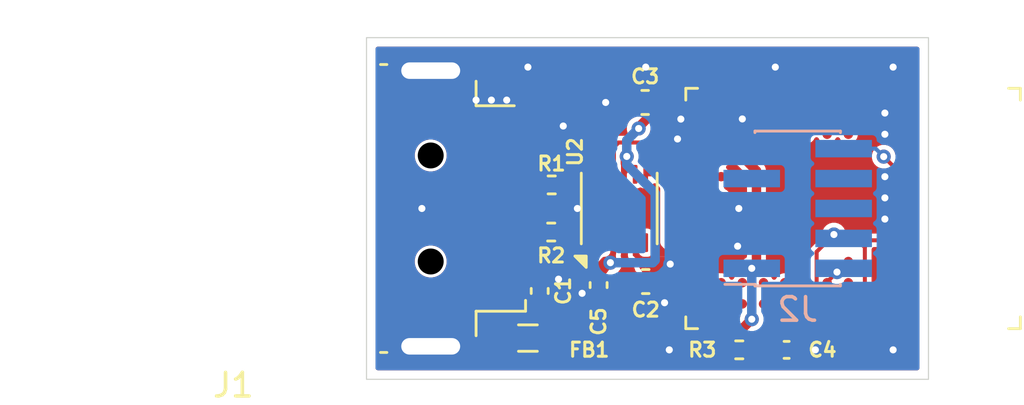
<source format=kicad_pcb>
(kicad_pcb (version 20241229) (generator "pcbnew") (generator_version "9.0")
  (layers (0 "F.Cu" signal) (2 "B.Cu" signal) (13 "F.Paste" user) (15 "B.Paste" user) (5 "F.SilkS" user "F.Silkscreen") (7 "B.SilkS" user "B.Silkscreen") (1 "F.Mask" user) (3 "B.Mask" user) (25 "Edge.Cuts" user))
  (net 0 "")
  (net 1 "VBUS")
  (net 2 "GND")
  (net 3 "+5V")
  (net 4 "+3.3V")
  (net 5 "/~{RESET}")
  (net 6 "/D+")
  (net 7 "/D-")
  (net 9 "/SWDIO")
  (net 11 "/SWDCLK")
  (net 13 "Net-(U2-USBDP)")
  (net 14 "Net-(U2-USBDM)")
  (net 27 "/NRF_RX")
  (net 29 "/NRF_TX")
  (footprint "Capacitor_SMD:C_0402_1005Metric" (layer "F.Cu") (at 157 113.5 90)
    (property "Reference" "C1" (at 0 1 90) (layer "F.SilkS") (effects (font (size 0.6 0.6) (thickness 0.127))))
    (property "Value" "10n")
    (fp_line (start -0.107836 -0.36) (end 0.107836 -0.36) (stroke (width 0.12)) (layer "F.SilkS"))
    (fp_line (start -0.107836 0.36) (end 0.107836 0.36) (stroke (width 0.12)) (layer "F.SilkS"))
    (pad "1" smd roundrect (at -0.48 0 90) (size 0.56 0.62) (layers "F.Cu" "F.Mask" "F.Paste") (net 1 "VBUS"))
    (pad "2" smd roundrect (at 0.48 0 90) (size 0.56 0.62) (layers "F.Cu" "F.Mask" "F.Paste") (net 2 "GND"))
  )
  (footprint "Connector_USB:USB_A_Molex_48037-2200_Horizontal" (layer "F.Cu") (at 144 110 180)
    (property "Reference" "J1" (at 0 -7.5 0) (layer "F.SilkS"))
    (property "Value" "USB_A")
    (fp_line (start -6.515 6.11) (end -6.245 6.11) (stroke (width 0.12)) (layer "F.SilkS"))
    (fp_line (start -6.515 -6.11) (end -6.245 -6.11) (stroke (width 0.12)) (layer "F.SilkS"))
    (fp_line (start -10.3 4.36) (end -10.3 5.4) (stroke (width 0.12)) (layer "F.SilkS"))
    (fp_line (start -10.3 -5.4) (end -10.3 -4.36) (stroke (width 0.12)) (layer "F.SilkS"))
    (fp_line (start -11.92 4.36) (end -10.3 4.36) (stroke (width 0.12)) (layer "F.SilkS"))
    (fp_line (start -12.4 -4.36) (end -10.3 -4.36) (stroke (width 0.12)) (layer "F.SilkS"))
    (fp_line (start -12.4 -4.36) (end -12.4 -3.9) (stroke (width 0.12)) (layer "F.SilkS"))
    (pad "" np_thru_hole circle (at -8.375 -2.25 180) (size 1.1 1.1) (drill 1.1) (layers "*.Mask"))
    (pad "" np_thru_hole circle (at -8.375 2.25 180) (size 1.1 1.1) (drill 1.1) (layers "*.Mask"))
    (pad "1" smd roundrect (at -10.975 -3.5 180) (size 2 1.2) (layers "F.Cu" "F.Mask" "F.Paste") (net 1 "VBUS"))
    (pad "2" smd roundrect (at -10.975 -1 180) (size 2 1.2) (layers "F.Cu" "F.Mask" "F.Paste") (net 7 "/D-"))
    (pad "3" smd roundrect (at -10.975 1 180) (size 2 1.2) (layers "F.Cu" "F.Mask" "F.Paste") (net 6 "/D+"))
    (pad "4" smd roundrect (at -10.975 3.5 180) (size 2 1.2) (layers "F.Cu" "F.Mask" "F.Paste") (net 2 "GND"))
    (pad "5" thru_hole oval (at -8.375 -5.85 180) (size 3.2 1.3) (drill oval 2.5 0.7) (property pad_prop_heatsink) (layers "*.Cu" "*.Mask") (net 2 "GND"))
    (pad "5" thru_hole oval (at -8.375 5.85 180) (size 3.2 1.3) (drill oval 2.5 0.7) (property pad_prop_heatsink) (layers "*.Cu" "*.Mask") (net 2 "GND"))
  )
  (footprint "Resistor_SMD:R_0402_1005Metric" (layer "F.Cu") (at 165.47 116)
    (property "Reference" "R3" (at -1.57 0 0) (layer "F.SilkS") (effects (font (size 0.6 0.6) (thickness 0.127))))
    (property "Value" "1k")
    (fp_line (start -0.153641 -0.38) (end 0.153641 -0.38) (stroke (width 0.12)) (layer "F.SilkS"))
    (fp_line (start -0.153641 0.38) (end 0.153641 0.38) (stroke (width 0.12)) (layer "F.SilkS"))
    (pad "1" smd roundrect (at -0.51 0) (size 0.54 0.64) (layers "F.Cu" "F.Mask" "F.Paste") (net 4 "+3.3V"))
    (pad "2" smd roundrect (at 0.51 0) (size 0.54 0.64) (layers "F.Cu" "F.Mask" "F.Paste") (net 5 "/~{RESET}"))
  )
  (footprint "Resistor_SMD:R_0402_1005Metric" (layer "F.Cu") (at 157.51 109)
    (property "Reference" "R1" (at -0.01 -0.9 0) (layer "F.SilkS") (effects (font (size 0.6 0.6) (thickness 0.127) (bold yes))))
    (property "Value" "27")
    (fp_line (start -0.153641 -0.38) (end 0.153641 -0.38) (stroke (width 0.12)) (layer "F.SilkS"))
    (fp_line (start -0.153641 0.38) (end 0.153641 0.38) (stroke (width 0.12)) (layer "F.SilkS"))
    (pad "1" smd roundrect (at -0.51 0) (size 0.54 0.64) (layers "F.Cu" "F.Mask" "F.Paste") (net 6 "/D+"))
    (pad "2" smd roundrect (at 0.51 0) (size 0.54 0.64) (layers "F.Cu" "F.Mask" "F.Paste") (net 13 "Net-(U2-USBDP)"))
  )
  (footprint "Capacitor_SMD:C_0402_1005Metric" (layer "F.Cu") (at 159.5 113.25 -90)
    (property "Reference" "C5" (at 1.55 0 90) (layer "F.SilkS") (effects (font (size 0.6 0.6) (thickness 0.127))))
    (property "Value" "100n")
    (fp_line (start -0.107836 0.36) (end 0.107836 0.36) (stroke (width 0.12)) (layer "F.SilkS"))
    (fp_line (start -0.107836 -0.36) (end 0.107836 -0.36) (stroke (width 0.12)) (layer "F.SilkS"))
    (pad "1" smd roundrect (at -0.48 0 270) (size 0.56 0.62) (layers "F.Cu" "F.Mask" "F.Paste") (net 4 "+3.3V"))
    (pad "2" smd roundrect (at 0.48 0 270) (size 0.56 0.62) (layers "F.Cu" "F.Mask" "F.Paste") (net 2 "GND"))
  )
  (footprint "Package_DFN_QFN:WDFN-12-1EP_3x3mm_P0.45mm_EP1.7x2.5mm" (layer "F.Cu") (at 160.375 110 90)
    (property "Reference" "U2" (at 2.4 -1.875 90) (layer "F.SilkS") (effects (font (size 0.6 0.6) (thickness 0.127))))
    (property "Value" "FT234XD")
    (fp_line (start -1.5 -1.61) (end 1.5 -1.61) (stroke (width 0.12)) (layer "F.SilkS"))
    (fp_line (start -1.5 1.61) (end 1.5 1.61) (stroke (width 0.12)) (layer "F.SilkS"))
    (fp_poly (pts (xy -2.02 -1.4) (xy -2.5 -1.4) (xy -2.02 -1.88)) (stroke (width 0.12)) (fill yes) (layer "F.SilkS"))
    (pad "1" smd roundrect (at -1.45 -1.125 90) (size 0.8 0.2) (layers "F.Cu" "F.Mask" "F.Paste") (net 14 "Net-(U2-USBDM)"))
    (pad "2" smd roundrect (at -1.45 -0.675 90) (size 0.8 0.2) (layers "F.Cu" "F.Mask" "F.Paste"))
    (pad "3" smd roundrect (at -1.45 -0.225 90) (size 0.8 0.2) (layers "F.Cu" "F.Mask" "F.Paste") (net 4 "+3.3V"))
    (pad "4" smd roundrect (at -1.45 0.225 90) (size 0.8 0.2) (layers "F.Cu" "F.Mask" "F.Paste") (net 3 "+5V"))
    (pad "5" smd roundrect (at -1.45 0.675 90) (size 0.8 0.2) (layers "F.Cu" "F.Mask" "F.Paste") (net 2 "GND"))
    (pad "6" smd roundrect (at -1.45 1.125 90) (size 0.8 0.2) (layers "F.Cu" "F.Mask" "F.Paste"))
    (pad "7" smd roundrect (at 1.45 1.125 90) (size 0.8 0.2) (layers "F.Cu" "F.Mask" "F.Paste") (net 27 "/NRF_RX"))
    (pad "8" smd roundrect (at 1.45 0.675 90) (size 0.8 0.2) (layers "F.Cu" "F.Mask" "F.Paste"))
    (pad "9" smd roundrect (at 1.45 0.225 90) (size 0.8 0.2) (layers "F.Cu" "F.Mask" "F.Paste") (net 4 "+3.3V"))
    (pad "10" smd roundrect (at 1.45 -0.225 90) (size 0.8 0.2) (layers "F.Cu" "F.Mask" "F.Paste") (net 29 "/NRF_TX"))
    (pad "11" smd roundrect (at 1.45 -0.675 90) (size 0.8 0.2) (layers "F.Cu" "F.Mask" "F.Paste"))
    (pad "12" smd roundrect (at 1.45 -1.125 90) (size 0.8 0.2) (layers "F.Cu" "F.Mask" "F.Paste") (net 13 "Net-(U2-USBDP)"))
    (pad "13" smd rect (at 0 0 90) (size 1.7 2.5) (property pad_prop_heatsink) (layers "F.Cu" "F.Mask") (net 2 "GND"))
  )
  (footprint "Capacitor_SMD:C_0603_1608Metric" (layer "F.Cu") (at 161.475 105.5 180)
    (property "Reference" "C3" (at 0 1.1 0) (layer "F.SilkS") (effects (font (size 0.6 0.6) (thickness 0.127))))
    (property "Value" "4.7u")
    (fp_line (start -0.14058 0.51) (end 0.14058 0.51) (stroke (width 0.12)) (layer "F.SilkS"))
    (fp_line (start -0.14058 -0.51) (end 0.14058 -0.51) (stroke (width 0.12)) (layer "F.SilkS"))
    (pad "1" smd roundrect (at -0.775 0 180) (size 0.9 0.95) (layers "F.Cu" "F.Mask" "F.Paste") (net 4 "+3.3V"))
    (pad "2" smd roundrect (at 0.775 0 180) (size 0.9 0.95) (layers "F.Cu" "F.Mask" "F.Paste") (net 2 "GND"))
  )
  (footprint "Capacitor_SMD:C_0402_1005Metric" (layer "F.Cu") (at 167.48 116)
    (property "Reference" "C4" (at 1.52 0 0) (layer "F.SilkS") (effects (font (size 0.6 0.6) (thickness 0.127))))
    (property "Value" "100n")
    (fp_line (start -0.107836 -0.36) (end 0.107836 -0.36) (stroke (width 0.12)) (layer "F.SilkS"))
    (fp_line (start -0.107836 0.36) (end 0.107836 0.36) (stroke (width 0.12)) (layer "F.SilkS"))
    (pad "1" smd roundrect (at -0.48 0) (size 0.56 0.62) (layers "F.Cu" "F.Mask" "F.Paste") (net 5 "/~{RESET}"))
    (pad "2" smd roundrect (at 0.48 0) (size 0.56 0.62) (layers "F.Cu" "F.Mask" "F.Paste") (net 2 "GND"))
  )
  (footprint "Resistor_SMD:R_0402_1005Metric" (layer "F.Cu") (at 157.49 111 180)
    (property "Reference" "R2" (at 0 -1 0) (layer "F.SilkS") (effects (font (size 0.6 0.6) (thickness 0.127))))
    (property "Value" "27")
    (fp_line (start -0.153641 0.38) (end 0.153641 0.38) (stroke (width 0.12)) (layer "F.SilkS"))
    (fp_line (start -0.153641 -0.38) (end 0.153641 -0.38) (stroke (width 0.12)) (layer "F.SilkS"))
    (pad "1" smd roundrect (at -0.51 0 180) (size 0.54 0.64) (layers "F.Cu" "F.Mask" "F.Paste") (net 14 "Net-(U2-USBDM)"))
    (pad "2" smd roundrect (at 0.51 0 180) (size 0.54 0.64) (layers "F.Cu" "F.Mask" "F.Paste") (net 7 "/D-"))
  )
  (footprint "Capacitor_SMD:C_0603_1608Metric" (layer "F.Cu") (at 161.5 113.1)
    (property "Reference" "C2" (at 0 1.2 0) (layer "F.SilkS") (effects (font (size 0.6 0.6) (thickness 0.127))))
    (property "Value" "4.7u")
    (fp_line (start -0.14058 -0.51) (end 0.14058 -0.51) (stroke (width 0.12)) (layer "F.SilkS"))
    (fp_line (start -0.14058 0.51) (end 0.14058 0.51) (stroke (width 0.12)) (layer "F.SilkS"))
    (pad "1" smd roundrect (at -0.775 0) (size 0.9 0.95) (layers "F.Cu" "F.Mask" "F.Paste") (net 3 "+5V"))
    (pad "2" smd roundrect (at 0.775 0) (size 0.9 0.95) (layers "F.Cu" "F.Mask" "F.Paste") (net 2 "GND"))
  )
  (footprint "bobby:BM15M" (layer "F.Cu") (at 170.3 110 -90)
    (property "Reference" "U1" (hide yes))
    (property "Value" "BM15M")
    (fp_line (start -4.6 7.1) (end -5.1 7.1) (stroke (width 0.12)) (layer "F.SilkS"))
    (fp_line (start 4.6 7.1) (end 5.1 7.1) (stroke (width 0.12)) (layer "F.SilkS"))
    (fp_line (start -5.1 6.6) (end -5.1 7.1) (stroke (width 0.12)) (layer "F.SilkS"))
    (fp_line (start 5.1 6.6) (end 5.1 7.1) (stroke (width 0.12)) (layer "F.SilkS"))
    (fp_line (start -5.1 -6.6) (end -5.1 -7.1) (stroke (width 0.12)) (layer "F.SilkS"))
    (fp_line (start 5.1 -6.6) (end 5.1 -7.1) (stroke (width 0.12)) (layer "F.SilkS"))
    (fp_line (start -4.6 -7.1) (end -5.1 -7.1) (stroke (width 0.12)) (layer "F.SilkS"))
    (fp_line (start 4.6 -7.1) (end 5.1 -7.1) (stroke (width 0.12)) (layer "F.SilkS"))
    (pad "A1" smd circle (at -4.05 -0.7 270) (size 0.4 0.4) (layers "F.Cu" "F.Mask" "F.Paste") (net 2 "GND"))
    (pad "A3" smd circle (at -4.05 1.1 270) (size 0.4 0.4) (layers "F.Cu" "F.Mask" "F.Paste"))
    (pad "A9" smd circle (at -4.05 6.5 270) (size 0.4 0.4) (layers "F.Cu" "F.Mask" "F.Paste") (net 2 "GND"))
    (pad "A9" smd roundrect (at -4.05 6.75 270) (size 0.4 0.5) (layers "F.Cu" "F.Mask" "F.Paste") (net 2 "GND"))
    (pad "B1" smd circle (at -3.15 -0.7 270) (size 0.4 0.4) (layers "F.Cu" "F.Mask" "F.Paste") (net 2 "GND"))
    (pad "B2" smd circle (at -3.15 0.2 270) (size 0.4 0.4) (layers "F.Cu" "F.Mask" "F.Paste"))
    (pad "B3" smd circle (at -3.15 1.1 270) (size 0.4 0.4) (layers "F.Cu" "F.Mask" "F.Paste"))
    (pad "B4" smd circle (at -3.15 2) (size 0.4 0.4) (layers "F.Cu" "F.Mask" "F.Paste"))
    (pad "B5" smd circle (at -3.15 2.9) (size 0.4 0.4) (layers "F.Cu" "F.Mask" "F.Paste"))
    (pad "B6" smd circle (at -3.15 3.8 270) (size 0.4 0.4) (layers "F.Cu" "F.Mask" "F.Paste"))
    (pad "B7" smd circle (at -3.15 4.7) (size 0.4 0.4) (layers "F.Cu" "F.Mask" "F.Paste") (net 2 "GND"))
    (pad "B8" smd circle (at -3.15 5.6) (size 0.4 0.4) (layers "F.Cu" "F.Mask" "F.Paste") (net 4 "+3.3V"))
    (pad "B9" smd circle (at -3.15 6.5 270) (size 0.4 0.4) (layers "F.Cu" "F.Mask" "F.Paste") (net 2 "GND"))
    (pad "B9" smd roundrect (at -3.15 6.75 270) (size 0.4 0.5) (layers "F.Cu" "F.Mask" "F.Paste") (net 2 "GND"))
    (pad "C8" smd circle (at -2.25 5.6 270) (size 0.4 0.4) (layers "F.Cu" "F.Mask" "F.Paste") (net 4 "+3.3V"))
    (pad "C9" smd circle (at -2.25 6.5 270) (size 0.4 0.4) (layers "F.Cu" "F.Mask" "F.Paste"))
    (pad "C9" smd roundrect (at -2.25 6.75 270) (size 0.4 0.5) (layers "F.Cu" "F.Mask" "F.Paste"))
    (pad "D1" smd circle (at -1.35 -0.7 270) (size 0.4 0.4) (layers "F.Cu" "F.Mask" "F.Paste") (net 2 "GND"))
    (pad "D8" smd circle (at -1.35 5.6 270) (size 0.4 0.4) (layers "F.Cu" "F.Mask" "F.Paste"))
    (pad "D9" smd circle (at -1.35 6.5 270) (size 0.4 0.4) (layers "F.Cu" "F.Mask" "F.Paste"))
    (pad "D9" smd roundrect (at -1.35 6.75 270) (size 0.4 0.5) (layers "F.Cu" "F.Mask" "F.Paste"))
    (pad "E1" smd circle (at -0.45 -0.7 270) (size 0.4 0.4) (layers "F.Cu" "F.Mask" "F.Paste") (net 2 "GND"))
    (pad "E8" smd circle (at -0.45 5.6 180) (size 0.4 0.4) (layers "F.Cu" "F.Mask" "F.Paste"))
    (pad "E9" smd circle (at -0.45 6.5 270) (size 0.4 0.4) (layers "F.Cu" "F.Mask" "F.Paste"))
    (pad "E9" smd roundrect (at -0.45 6.75 270) (size 0.4 0.5) (layers "F.Cu" "F.Mask" "F.Paste"))
    (pad "F1" smd circle (at 0.45 -0.7 270) (size 0.4 0.4) (layers "F.Cu" "F.Mask" "F.Paste") (net 2 "GND"))
    (pad "F8" smd circle (at 0.45 5.6 270) (size 0.4 0.4) (layers "F.Cu" "F.Mask" "F.Paste"))
    (pad "F9" smd circle (at 0.45 6.5 270) (size 0.4 0.4) (layers "F.Cu" "F.Mask" "F.Paste"))
    (pad "F9" smd roundrect (at 0.45 6.75 270) (size 0.4 0.5) (layers "F.Cu" "F.Mask" "F.Paste"))
    (pad "G2" smd circle (at 1.35 0.2 270) (size 0.4 0.4) (layers "F.Cu" "F.Mask" "F.Paste") (net 5 "/~{RESET}"))
    (pad "G8" smd circle (at 1.35 5.6 270) (size 0.4 0.4) (layers "F.Cu" "F.Mask" "F.Paste"))
    (pad "G9" smd circle (at 1.35 6.5 270) (size 0.4 0.4) (layers "F.Cu" "F.Mask" "F.Paste"))
    (pad "G9" smd roundrect (at 1.35 6.75 270) (size 0.4 0.5) (layers "F.Cu" "F.Mask" "F.Paste"))
    (pad "H2" smd circle (at 2.25 0.2 270) (size 0.4 0.4) (layers "F.Cu" "F.Mask" "F.Paste"))
    (pad "H8" smd circle (at 2.25 5.6 180) (size 0.4 0.4) (layers "F.Cu" "F.Mask" "F.Paste") (net 2 "GND"))
    (pad "H9" smd circle (at 2.25 6.5 270) (size 0.4 0.4) (layers "F.Cu" "F.Mask" "F.Paste") (net 27 "/NRF_RX"))
    (pad "H9" smd roundrect (at 2.25 6.75 270) (size 0.4 0.5) (layers "F.Cu" "F.Mask" "F.Paste") (net 27 "/NRF_RX"))
    (pad "J2" smd circle (at 3.15 0.2 270) (size 0.4 0.4) (layers "F.Cu" "F.Mask" "F.Paste"))
    (pad "J3" smd circle (at 3.15 1.1 270) (size 0.4 0.4) (layers "F.Cu" "F.Mask" "F.Paste") (net 9 "/SWDIO"))
    (pad "J4" smd circle (at 3.15 2) (size 0.4 0.4) (layers "F.Cu" "F.Mask" "F.Paste"))
    (pad "J5" smd circle (at 3.15 2.9) (size 0.4 0.4) (layers "F.Cu" "F.Mask" "F.Paste"))
    (pad "J6" smd circle (at 3.15 3.8 270) (size 0.4 0.4) (layers "F.Cu" "F.Mask" "F.Paste"))
    (pad "J7" smd circle (at 3.15 4.7) (size 0.4 0.4) (layers "F.Cu" "F.Mask" "F.Paste"))
    (pad "J8" smd circle (at 3.15 5.6 270) (size 0.4 0.4) (layers "F.Cu" "F.Mask" "F.Paste") (net 29 "/NRF_TX"))
    (pad "J9" smd circle (at 3.15 6.5 270) (size 0.4 0.4) (layers "F.Cu" "F.Mask" "F.Paste"))
    (pad "J9" smd roundrect (at 3.15 6.75 270) (size 0.4 0.5) (layers "F.Cu" "F.Mask" "F.Paste"))
    (pad "K2" smd circle (at 4.05 0.2 270) (size 0.4 0.4) (layers "F.Cu" "F.Mask" "F.Paste"))
    (pad "K3" smd circle (at 4.05 1.1 270) (size 0.4 0.4) (layers "F.Cu" "F.Mask" "F.Paste") (net 11 "/SWDCLK"))
    (pad "K4" smd circle (at 4.05 2) (size 0.4 0.4) (layers "F.Cu" "F.Mask" "F.Paste"))
    (pad "K5" smd circle (at 4.05 2.9) (size 0.4 0.4) (layers "F.Cu" "F.Mask" "F.Paste"))
    (pad "K6" smd circle (at 4.05 3.8 270) (size 0.4 0.4) (layers "F.Cu" "F.Mask" "F.Paste"))
    (pad "K7" smd circle (at 4.05 4.7) (size 0.4 0.4) (layers "F.Cu" "F.Mask" "F.Paste"))
    (pad "K8" smd circle (at 4.05 5.6 180) (size 0.4 0.4) (layers "F.Cu" "F.Mask" "F.Paste"))
    (pad "K9" smd circle (at 4.05 6.5 270) (size 0.4 0.4) (layers "F.Cu" "F.Mask" "F.Paste"))
    (pad "K9" smd roundrect (at 4.05 6.75 270) (size 0.4 0.5) (layers "F.Cu" "F.Mask" "F.Paste"))
    (zone (net 0) (net_name "") (layers "F.Cu" "B.Cu") (name "Antenna Keepout") (connect_pads (clearance 0)) (min_thickness 0.25)
      (keepout (tracks not_allowed) (vias not_allowed) (pads not_allowed) (copperpour not_allowed) (footprints allowed))
      (fill (thermal_gap 0.5) (thermal_bridge_width 0.5))
      (polygon (pts (xy 177.3 105) (xy 173.6 105) (xy 173.6 115) (xy 177.3 115)))
    )
  )
  (footprint "Inductor_SMD:L_0805_2012Metric" (layer "F.Cu") (at 156.5 115.5)
    (property "Reference" "FB1" (at 2.6 0.5 0) (layer "F.SilkS") (effects (font (size 0.6 0.6) (thickness 0.127))))
    (property "Value" "MI0805K601R-10")
    (fp_line (start -0.399622 -0.56) (end 0.399622 -0.56) (stroke (width 0.12)) (layer "F.SilkS"))
    (fp_line (start -0.399622 0.56) (end 0.399622 0.56) (stroke (width 0.12)) (layer "F.SilkS"))
    (pad "1" smd roundrect (at -1.0625 0) (size 0.875 1.2) (layers "F.Cu" "F.Mask" "F.Paste") (net 1 "VBUS"))
    (pad "2" smd roundrect (at 1.0625 0) (size 0.875 1.2) (layers "F.Cu" "F.Mask" "F.Paste") (net 3 "+5V"))
  )
  (footprint "Connector_PinHeader_1.27mm:PinHeader_2x05_P1.27mm_Vertical_SMD" (layer "B.Cu") (at 167.95 110)
    (property "Reference" "J2" (at 0 4.285 0) (layer "B.SilkS") (effects (justify mirror)))
    (property "Value" "Conn_ARM_JTAG_SWD_10")
    (fp_line (start -3.09 3.22) (end -1.815 3.22) (stroke (width 0.12)) (layer "B.SilkS"))
    (fp_line (start -1.815 -3.285) (end 1.815 -3.285) (stroke (width 0.12)) (layer "B.SilkS"))
    (fp_line (start -1.815 -3.22) (end -1.815 -3.285) (stroke (width 0.12)) (layer "B.SilkS"))
    (fp_line (start -1.815 3.285) (end -1.815 3.22) (stroke (width 0.12)) (layer "B.SilkS"))
    (fp_line (start -1.815 3.285) (end 1.815 3.285) (stroke (width 0.12)) (layer "B.SilkS"))
    (fp_line (start 1.815 -3.22) (end 1.815 -3.285) (stroke (width 0.12)) (layer "B.SilkS"))
    (fp_line (start 1.815 3.285) (end 1.815 3.22) (stroke (width 0.12)) (layer "B.SilkS"))
    (pad "1" smd rect (at -1.95 2.54) (size 2.4 0.74) (layers "B.Cu" "B.Mask" "B.Paste") (net 4 "+3.3V"))
    (pad "2" smd rect (at 1.95 2.54) (size 2.4 0.74) (layers "B.Cu" "B.Mask" "B.Paste") (net 9 "/SWDIO"))
    (pad "3" smd rect (at -1.95 1.27) (size 2.4 0.74) (layers "B.Cu" "B.Mask" "B.Paste") (net 2 "GND"))
    (pad "4" smd rect (at 1.95 1.27) (size 2.4 0.74) (layers "B.Cu" "B.Mask" "B.Paste") (net 11 "/SWDCLK"))
    (pad "5" smd rect (at -1.95 0) (size 2.4 0.74) (layers "B.Cu" "B.Mask" "B.Paste") (net 2 "GND"))
    (pad "6" smd rect (at 1.95 0) (size 2.4 0.74) (layers "B.Cu" "B.Mask" "B.Paste"))
    (pad "7" smd rect (at -1.95 -1.27) (size 2.4 0.74) (layers "B.Cu" "B.Mask" "B.Paste"))
    (pad "8" smd rect (at 1.95 -1.27) (size 2.4 0.74) (layers "B.Cu" "B.Mask" "B.Paste"))
    (pad "9" smd rect (at -1.95 -2.54) (size 2.4 0.74) (layers "B.Cu" "B.Mask" "B.Paste") (net 2 "GND"))
    (pad "10" smd rect (at 1.95 -2.54) (size 2.4 0.74) (layers "B.Cu" "B.Mask" "B.Paste") (net 5 "/~{RESET}"))
  )
  (gr_rect (start 149.65 102.75) (end 173.5 117.25) (stroke (width 0.05)) (fill no) (layer "Edge.Cuts"))
  (segment (start 159.5 113.73) (end 158.93 113.73) (width 0.4) (layer "F.Cu") (net 2))
  (segment (start 162.275 112.625369) (end 162.540295 112.360074) (width 0.4) (layer "F.Cu") (net 2))
  (segment (start 163.05 106.85) (end 163.55 106.85) (width 0.4) (layer "F.Cu") (net 2))
  (segment (start 160.7 105.5) (end 159.8 105.5) (width 0.4) (layer "F.Cu") (net 2))
  (segment (start 157.78 113.02) (end 157.8 113) (width 0.4) (layer "F.Cu") (net 2))
  (segment (start 167.96 116) (end 168.7 116) (width 0.4) (layer "F.Cu") (net 2))
  (segment (start 162.275 113.1) (end 162.275 113.975) (width 0.4) (layer "F.Cu") (net 2))
  (segment (start 160.375 110) (end 158.6 110) (width 0.4) (layer "F.Cu") (net 2))
  (segment (start 158.93 113.73) (end 158.8 113.6) (width 0.4) (layer "F.Cu") (net 2))
  (segment (start 165.6 106.85) (end 165.6 106.2) (width 0.4) (layer "F.Cu") (net 2))
  (segment (start 162.85 107.05) (end 163.05 106.85) (width 0.4) (layer "F.Cu") (net 2))
  (segment (start 171 105.95) (end 171.65 105.95) (width 0.4) (layer "F.Cu") (net 2))
  (segment (start 171 106.85) (end 171.65 106.85) (width 0.4) (layer "F.Cu") (net 2))
  (segment (start 171 108.65) (end 171.65 108.65) (width 0.4) (layer "F.Cu") (net 2))
  (segment (start 165.4 111.6) (end 165.35 111.6) (width 0.4) (layer "F.Cu") (net 2))
  (segment (start 171 109.55) (end 171.65 109.55) (width 0.4) (layer "F.Cu") (net 2))
  (segment (start 162.275 113.1) (end 162.275 112.625369) (width 0.4) (layer "F.Cu") (net 2))
  (segment (start 165.35 111.6) (end 164.7 112.25) (width 0.4) (layer "F.Cu") (net 2))
  (segment (start 162.275 113.975) (end 162.3 114) (width 0.4) (layer "F.Cu") (net 2))
  (segment (start 157 113.02) (end 157.78 113.02) (width 0.4) (layer "F.Cu") (net 2))
  (segment (start 163.55 105.95) (end 163.247238 105.95) (width 0.4) (layer "F.Cu") (net 2))
  (segment (start 171 110.45) (end 171.65 110.45) (width 0.4) (layer "F.Cu") (net 2))
  (segment (start 163.247238 105.95) (end 162.990902 106.206336) (width 0.4) (layer "F.Cu") (net 2))
  (via (at 171.65 110.45) (size 0.6) (drill 0.3) (layers "F.Cu" "B.Cu") (net 2))
  (via (at 158.6 110) (size 0.6) (drill 0.3) (layers "F.Cu" "B.Cu") (net 2))
  (via (at 155.6 105.4) (size 0.6) (drill 0.3) (layers "F.Cu" "B.Cu") (net 2))
  (via (at 171.65 105.95) (size 0.6) (drill 0.3) (layers "F.Cu" "B.Cu") (net 2))
  (via (at 152 110) (size 0.6) (drill 0.3) (layers "F.Cu" "B.Cu") (net 2))
  (via (at 162.990902 106.206336) (size 0.6) (drill 0.3) (layers "F.Cu" "B.Cu") (net 2))
  (via (at 162.5 116) (size 0.6) (drill 0.3) (layers "F.Cu" "B.Cu") (net 2))
  (via (at 165.6 106.2) (size 0.6) (drill 0.3) (layers "F.Cu" "B.Cu") (net 2))
  (via (at 172 116) (size 0.6) (drill 0.3) (layers "F.Cu" "B.Cu") (net 2))
  (via (at 172 104) (size 0.6) (drill 0.3) (layers "F.Cu" "B.Cu") (net 2))
  (via (at 165.4 111.6) (size 0.6) (drill 0.3) (layers "F.Cu" "B.Cu") (net 2))
  (via (at 154.95 105.4) (size 0.6) (drill 0.3) (layers "F.Cu" "B.Cu") (net 2))
  (via (at 165.45 110) (size 0.6) (drill 0.3) (layers "F.Cu" "B.Cu") (net 2))
  (via (at 158.8 113.6) (size 0.6) (drill 0.3) (layers "F.Cu" "B.Cu") (net 2))
  (via (at 171.65 106.85) (size 0.6) (drill 0.3) (layers "F.Cu" "B.Cu") (net 2))
  (via (at 171.65 109.55) (size 0.6) (drill 0.3) (layers "F.Cu" "B.Cu") (net 2))
  (via (at 157.8 113) (size 0.6) (drill 0.3) (layers "F.Cu" "B.Cu") (net 2))
  (via (at 162.3 114) (size 0.6) (drill 0.3) (layers "F.Cu" "B.Cu") (net 2))
  (via (at 158 106.5) (size 0.6) (drill 0.3) (layers "F.Cu" "B.Cu") (net 2))
  (via (at 154.3 105.4) (size 0.6) (drill 0.3) (layers "F.Cu" "B.Cu") (net 2))
  (via (at 156.5 104) (size 0.6) (drill 0.3) (layers "F.Cu" "B.Cu") (net 2))
  (via (at 171.65 108.65) (size 0.6) (drill 0.3) (layers "F.Cu" "B.Cu") (net 2))
  (via (at 168.7 116) (size 0.6) (drill 0.3) (layers "F.Cu" "B.Cu") (net 2))
  (via (at 167 104) (size 0.6) (drill 0.3) (layers "F.Cu" "B.Cu") (net 2))
  (via (at 162.85 107.05) (size 0.6) (drill 0.3) (layers "F.Cu" "B.Cu") (net 2))
  (via (at 159.8 105.5) (size 0.6) (drill 0.3) (layers "F.Cu" "B.Cu") (net 2))
  (via (at 161.5 104) (size 0.6) (drill 0.3) (layers "F.Cu" "B.Cu") (net 2))
  (via (at 162.540295 112.360074) (size 0.6) (drill 0.3) (layers "F.Cu" "B.Cu") (net 2))
  (segment (start 165.73 111.27) (end 165.4 111.6) (width 0.4) (layer "B.Cu") (net 2))
  (segment (start 166 111.27) (end 165.73 111.27) (width 0.4) (layer "B.Cu") (net 2))
  (segment (start 164.032374 105.389) (end 164.7 106.056626) (width 0.4) (layer "F.Cu") (net 4))
  (segment (start 161.2 106.55) (end 162.25 105.5) (width 0.4) (layer "F.Cu") (net 4))
  (segment (start 161.2 106.605) (end 161.2 106.55) (width 0.4) (layer "F.Cu") (net 4))
  (segment (start 166.2 108.4) (end 166.2 112.34) (width 0.4) (layer "F.Cu") (net 4))
  (segment (start 164.7 106.056626) (end 164.7 106.85) (width 0.4) (layer "F.Cu") (net 4))
  (segment (start 164.96 116) (end 164.96 115.74) (width 0.4) (layer "F.Cu") (net 4))
  (segment (start 166.2 112.34) (end 166 112.54) (width 0.4) (layer "F.Cu") (net 4))
  (segment (start 164.96 115.74) (end 166 114.7) (width 0.4) (layer "F.Cu") (net 4))
  (segment (start 164.7 107.75) (end 165.55 107.75) (width 0.4) (layer "F.Cu") (net 4))
  (segment (start 162.25 105.5) (end 162.361 105.389) (width 0.4) (layer "F.Cu") (net 4))
  (segment (start 164.7 106.85) (end 164.7 107.75) (width 0.4) (layer "F.Cu") (net 4))
  (segment (start 162.361 105.389) (end 164.032374 105.389) (width 0.4) (layer "F.Cu") (net 4))
  (segment (start 165.55 107.75) (end 166.2 108.4) (width 0.4) (layer "F.Cu") (net 4))
  (via (at 160 112.3) (size 0.6) (drill 0.3) (layers "F.Cu" "B.Cu") (net 4))
  (via (at 166 114.7) (size 0.6) (drill 0.3) (layers "F.Cu" "B.Cu") (net 4))
  (via (at 161.2 106.605) (size 0.6) (drill 0.3) (layers "F.Cu" "B.Cu") (net 4))
  (via (at 166 112.54) (size 0.6) (drill 0.3) (layers "F.Cu" "B.Cu") (net 4))
  (via (at 160.694999 107.79077) (size 0.6) (drill 0.3) (layers "F.Cu" "B.Cu") (net 4))
  (segment (start 161.9 109.35) (end 160.694999 108.144999) (width 0.4) (layer "B.Cu") (net 4))
  (segment (start 160.694999 107.110001) (end 161.2 106.605) (width 0.4) (layer "B.Cu") (net 4))
  (segment (start 166 114.7) (end 166 112.54) (width 0.4) (layer "B.Cu") (net 4))
  (segment (start 160 112.3) (end 161.8 112.3) (width 0.4) (layer "B.Cu") (net 4))
  (segment (start 161.8 112.3) (end 161.9 112.2) (width 0.4) (layer "B.Cu") (net 4))
  (segment (start 161.9 112.2) (end 161.9 109.35) (width 0.4) (layer "B.Cu") (net 4))
  (segment (start 160.694999 108.144999) (end 160.694999 107.79077) (width 0.4) (layer "B.Cu") (net 4))
  (segment (start 160.694999 107.79077) (end 160.694999 107.110001) (width 0.4) (layer "B.Cu") (net 4))
  (segment (start 167 116) (end 165.98 116) (width 0.17) (layer "F.Cu") (net 5))
  (segment (start 172.196 108.396) (end 172.196 110.676161) (width 0.17) (layer "F.Cu") (net 5))
  (segment (start 172.196 110.676161) (end 171.522161 111.35) (width 0.17) (layer "F.Cu") (net 5))
  (segment (start 170.8 114.55) (end 170.4 114.95) (width 0.17) (layer "F.Cu") (net 5))
  (segment (start 168.05 114.95) (end 167 116) (width 0.17) (layer "F.Cu") (net 5))
  (segment (start 170.5 111.35) (end 170.8 111.65) (width 0.17) (layer "F.Cu") (net 5))
  (segment (start 170.1 111.35) (end 170.5 111.35) (width 0.17) (layer "F.Cu") (net 5))
  (segment (start 170.4 114.95) (end 168.05 114.95) (width 0.17) (layer "F.Cu") (net 5))
  (segment (start 171.522161 111.35) (end 170.1 111.35) (width 0.17) (layer "F.Cu") (net 5))
  (segment (start 170.8 111.65) (end 170.8 114.55) (width 0.17) (layer "F.Cu") (net 5))
  (segment (start 171.6 107.8) (end 172.196 108.396) (width 0.17) (layer "F.Cu") (net 5))
  (via (at 171.6 107.8) (size 0.6) (drill 0.3) (layers "F.Cu" "B.Cu") (net 5))
  (segment (start 169.9 107.46) (end 171.26 107.46) (width 0.17) (layer "B.Cu") (net 5))
  (segment (start 171.26 107.46) (end 171.6 107.8) (width 0.17) (layer "B.Cu") (net 5))
  (segment (start 154.975 109) (end 157 109) (width 0.4) (layer "F.Cu") (net 6))
  (segment (start 154.975 111) (end 156.98 111) (width 0.4) (layer "F.Cu") (net 7))
  (segment (start 169.2 113.116962) (end 169.617081 112.699881) (width 0.17) (layer "F.Cu") (net 9))
  (segment (start 169.2 113.116962) (end 169.2 113.15) (width 0.17) (layer "F.Cu") (net 9))
  (via (at 169.617081 112.699881) (size 0.6) (drill 0.3) (layers "F.Cu" "B.Cu") (net 9))
  (segment (start 169.2 114.05) (end 168.754 113.604) (width 0.17) (layer "F.Cu") (net 11))
  (segment (start 168.754 111.838084) (end 169.487203 111.104881) (width 0.17) (layer "F.Cu") (net 11))
  (segment (start 168.754 113.604) (end 168.754 111.838084) (width 0.17) (layer "F.Cu") (net 11))
  (via (at 169.487203 111.104881) (size 0.6) (drill 0.3) (layers "F.Cu" "B.Cu") (net 11))
  (segment (start 158.47 108.55) (end 159.239 108.55) (width 0.4) (layer "F.Cu") (net 13))
  (segment (start 158.02 109) (end 158.47 108.55) (width 0.4) (layer "F.Cu") (net 13))
  (segment (start 158 111) (end 158.45 111.45) (width 0.4) (layer "F.Cu") (net 14))
  (segment (start 158.45 111.45) (end 159.239 111.45) (width 0.4) (layer "F.Cu") (net 14))
  (segment (start 163.239806 112.25) (end 162.4 111.410194) (width 0.17) (layer "F.Cu") (net 27))
  (segment (start 162.4 109) (end 162.206672 108.806672) (width 0.17) (layer "F.Cu") (net 27))
  (segment (start 162.4 111.410194) (end 162.4 109) (width 0.17) (layer "F.Cu") (net 27))
  (segment (start 162.206672 108.806672) (end 161.95 108.55) (width 0.17) (layer "F.Cu") (net 27))
  (segment (start 163.55 112.25) (end 163.239806 112.25) (width 0.17) (layer "F.Cu") (net 27))
  (segment (start 161.95 108.55) (end 161.5 108.55) (width 0.17) (layer "F.Cu") (net 27))
  (segment (start 164.246 112.946) (end 164.246 112.06526) (width 0.17) (layer "F.Cu") (net 29))
  (segment (start 162.8 111.34209) (end 162.8 108.7) (width 0.17) (layer "F.Cu") (net 29))
  (segment (start 161.3 107.2) (end 160.35 107.2) (width 0.17) (layer "F.Cu") (net 29))
  (segment (start 160.35 107.2) (end 160.15 107.4) (width 0.17) (layer "F.Cu") (net 29))
  (segment (start 162.8 108.7) (end 161.3 107.2) (width 0.17) (layer "F.Cu") (net 29))
  (segment (start 164.45 113.15) (end 164.246 112.946) (width 0.17) (layer "F.Cu") (net 29))
  (segment (start 163.25391 111.796) (end 162.8 111.34209) (width 0.17) (layer "F.Cu") (net 29))
  (segment (start 160.15 107.4) (end 160.15 108.55) (width 0.17) (layer "F.Cu") (net 29))
  (segment (start 164.246 112.06526) (end 163.97674 111.796) (width 0.17) (layer "F.Cu") (net 29))
  (segment (start 163.97674 111.796) (end 163.25391 111.796) (width 0.17) (layer "F.Cu") (net 29))
  (segment (start 164.7 113.15) (end 164.45 113.15) (width 0.17) (layer "F.Cu") (net 29))
  (zone (net 2) (net_name "GND") (layer "F.Cu") (name "Top GND Pour") (connect_pads yes (clearance 0.2)) (min_thickness 0.2) (fill yes (thermal_gap 0.5) (thermal_bridge_width 0.5))
    (polygon (pts (xy 149 102.75) (xy 149 117.25) (xy 173.5 117.25) (xy 173.5 102.75)))
  )
  (zone (net 4) (net_name "+3.3V") (layer "F.Cu") (name "PWR") (priority 6) (connect_pads yes (clearance 0.2)) (min_thickness 0.25) (fill yes (thermal_gap 0.5) (thermal_bridge_width 0.5))
    (polygon (pts (xy 160.4 107.75) (xy 160.45 108.55) (xy 160.75 108.55) (xy 161 107.75)))
  )
  (zone (net 2) (net_name "GND") (layer "F.Cu") (name "USB GND") (priority 3) (connect_pads yes (clearance 0.25)) (min_thickness 0.25) (fill yes (thermal_gap 0.5) (thermal_bridge_width 0.5))
    (polygon (pts (xy 154.05 105.05) (xy 154.05 107.05) (xy 155.9 107.05) (xy 155.9 105.05)))
  )
  (zone (net 2) (net_name "GND") (layer "F.Cu") (name "Bottom GND Plane") (priority 7) (connect_pads yes (clearance 0.2)) (min_thickness 0.2) (fill yes (thermal_gap 0.5) (thermal_bridge_width 0.5))
    (polygon (pts (xy 160.95 111.45) (xy 160.95 112) (xy 161.85 112.85) (xy 161.85 113.05) (xy 162.7 113.05) (xy 162.7 112.75) (xy 162.7 112.3) (xy 162.45 112.05) (xy 161.4 112.05) (xy 161.15 111.8) (xy 161.15 111.45)))
  )
  (zone (net 1) (net_name "VBUS") (layer "F.Cu") (name "VBUS Plane") (priority 2) (connect_pads yes (clearance 0.25)) (min_thickness 0.25) (fill yes (thermal_gap 0.5) (thermal_bridge_width 0.5))
    (polygon (pts (xy 155.15 113.15) (xy 155.15 115.65) (xy 155.85 115.65) (xy 156.55 114.9) (xy 157.2 114.2) (xy 157.2 113.75) (xy 156.8 113.75) (xy 155.9 113.15)))
  )
  (zone (net 4) (net_name "+3.3V") (layer "F.Cu") (name "PWR") (priority 4) (connect_pads yes (clearance 0.2)) (min_thickness 0.25) (fill yes (thermal_gap 0.5) (thermal_bridge_width 0.5))
    (polygon (pts (xy 160 111.4) (xy 160 111.7) (xy 159.1 112.7) (xy 159.8 112.8) (xy 160.3 112.1) (xy 160.3 111.4)))
  )
  (zone (net 3) (net_name "+5V") (layer "F.Cu") (name "PWR") (priority 5) (connect_pads yes (clearance 0.2)) (min_thickness 0.25) (fill yes (thermal_gap 0.5) (thermal_bridge_width 0.5))
    (polygon (pts (xy 160.5 111.4) (xy 160.5 111.6) (xy 160.3 112.9) (xy 160.3 113.9) (xy 159.65 114.25) (xy 158.5 114.9) (xy 157.7 114.9) (xy 157.7 115.75) (xy 158.45 115.75) (xy 161.15 114.15) (xy 161.15 112.9) (xy 160.7 111.6) (xy 160.7 111.4)))
  )
  (zone (net 2) (net_name "GND") (layer "B.Cu") (name "Bottom GND Plane") (priority 1) (connect_pads yes (clearance 0.2)) (min_thickness 0.2) (fill yes (thermal_gap 0.5) (thermal_bridge_width 0.5))
    (polygon (pts (xy 149 102.75) (xy 149 117.25) (xy 173.5 117.25) (xy 173.5 102.75)))
  )
)
</source>
